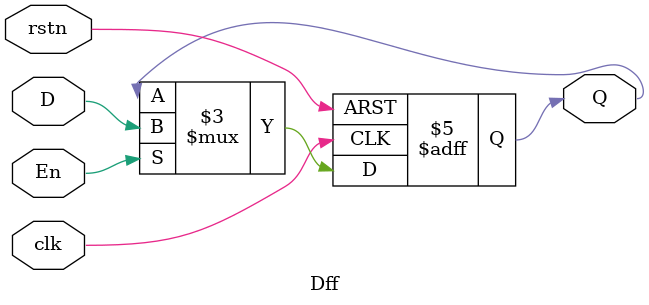
<source format=v>
module Dff(
input D,
input clk,
input rstn,  
input En,
output reg Q
);

always@(posedge clk , negedge rstn)
	if(!rstn)
		Q <= 0;
	else if(En)
		Q <= D;
endmodule
</source>
